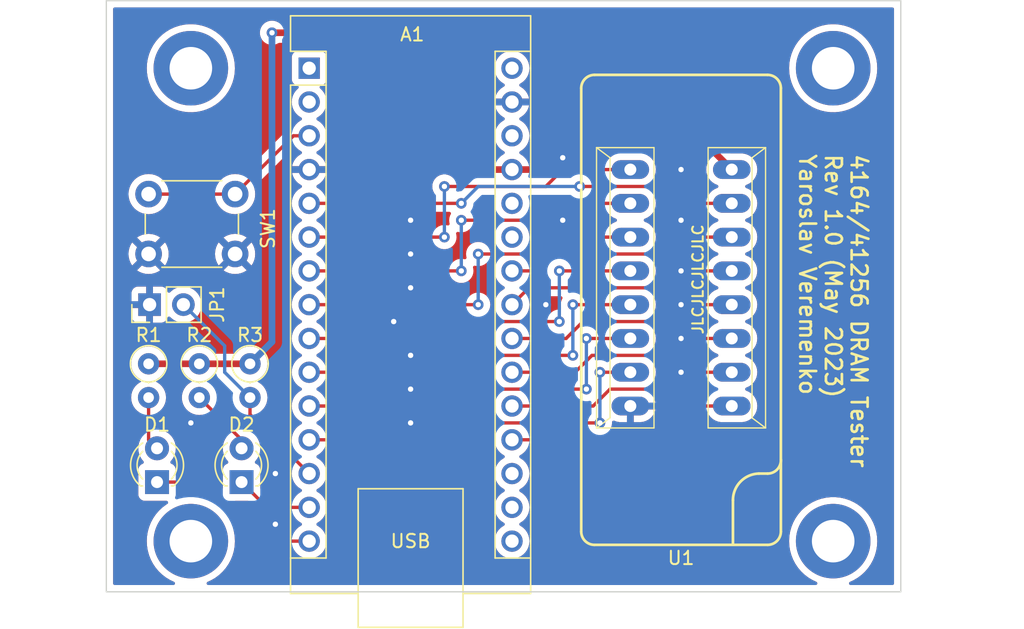
<source format=kicad_pcb>
(kicad_pcb (version 20211014) (generator pcbnew)
  (layers (0 "F.Cu" signal) (31 "B.Cu" signal) (34 "B.Paste" user) (35 "F.Paste" user) (36 "B.SilkS" user "B.Silkscreen") (37 "F.SilkS" user "F.Silkscreen") (38 "B.Mask" user) (39 "F.Mask" user) (44 "Edge.Cuts" user))
  (net 0 "")
  (net 3 "GND")
  (net 4 "/D2")
  (net 5 "/D3")
  (net 6 "/D4")
  (net 7 "/D5")
  (net 8 "/D6")
  (net 9 "/D7")
  (net 10 "/D8")
  (net 11 "/D9")
  (net 12 "Net-(A1-Pad13)")
  (net 13 "Net-(A1-Pad14)")
  (net 14 "Net-(A1-Pad15)")
  (net 18 "/A0")
  (net 19 "/A1")
  (net 20 "/A2")
  (net 21 "/A3")
  (net 22 "/A4")
  (net 23 "/A5")
  (net 26 "VCC")
  (net 28 "Net-(D1-Pad2)")
  (net 29 "Net-(D2-Pad2)")
  (net 30 "Net-(A1-Pad3)")
  (footprint "LED_THT:LED_D3.0mm" (layer "F.Cu") (at 133.35 104.78 90)
    (fp_text reference "D1" (at 4.318 0 180) (layer "F.SilkS"))
    (fp_text value "LED")
    (fp_line (start -0.29 -1.236) (end -0.29 -1.08) (layer "F.SilkS") (width 0.12))
    (fp_line (start -0.29 1.08) (end -0.29 1.236) (layer "F.SilkS") (width 0.12))
    (fp_arc (start 2.31113 1.079837) (mid 1.270117 1.5) (end 0.229039 1.08) (layer "F.SilkS") (width 0.12))
    (fp_arc (start -0.29 -1.235516) (mid 1.366487 -1.987659) (end 2.942335 -1.078608) (layer "F.SilkS") (width 0.12))
    (fp_arc (start 2.942335 1.078608) (mid 1.366487 1.987659) (end -0.29 1.235516) (layer "F.SilkS") (width 0.12))
    (fp_arc (start 0.229039 -1.08) (mid 1.270117 -1.5) (end 2.31113 -1.079837) (layer "F.SilkS") (width 0.12))
    (pad "1" thru_hole rect (at 0 0 90) (size 1.8 1.8) (drill 0.9) (layers *.Cu *.Mask) (net 14 "Net-(A1-Pad15)"))
    (pad "2" thru_hole circle (at 2.54 0 90) (size 1.8 1.8) (drill 0.9) (layers *.Cu *.Mask) (net 28 "Net-(D1-Pad2)"))
  )
  (footprint "Resistor_THT:R_Axial_DIN0207_L6.3mm_D2.5mm_P2.54mm_Vertical" (layer "F.Cu") (at 140.335 95.885 -90)
    (fp_text reference "R3" (at -2.159 0) (layer "F.SilkS"))
    (fp_text value "1k")
    (fp_line (start 1.37 0) (end 1.44 0) (layer "F.SilkS") (width 0.12))
    (fp_circle (center 0 0) (end 1.37 0) (layer "F.SilkS") (width 0.12) (fill none))
    (pad "1" thru_hole circle (at 0 0 270) (size 1.6 1.6) (drill 0.8) (layers *.Cu *.Mask) (net 26 "VCC"))
    (pad "2" thru_hole oval (at 2.54 0 270) (size 1.6 1.6) (drill 0.8) (layers *.Cu *.Mask) (net 12 "Net-(A1-Pad13)"))
  )
  (footprint "Button_Switch_THT:SW_PUSH_6mm" (layer "F.Cu") (at 132.715 83.125)
    (fp_text reference "SW1" (at 8.965 2.595 90) (layer "F.SilkS"))
    (fp_text value "SW_Push")
    (fp_line (start 6.75 3) (end 6.75 1.5) (layer "F.SilkS") (width 0.12))
    (fp_line (start 5.5 -1) (end 1 -1) (layer "F.SilkS") (width 0.12))
    (fp_line (start 1 5.5) (end 5.5 5.5) (layer "F.SilkS") (width 0.12))
    (fp_line (start -0.25 1.5) (end -0.25 3) (layer "F.SilkS") (width 0.12))
    (pad "1" thru_hole circle (at 6.5 0 90) (size 2 2) (drill 1.1) (layers *.Cu *.Mask) (net 30 "Net-(A1-Pad3)"))
    (pad "1" thru_hole circle (at 0 0 90) (size 2 2) (drill 1.1) (layers *.Cu *.Mask) (net 30 "Net-(A1-Pad3)"))
    (pad "2" thru_hole circle (at 0 4.5 90) (size 2 2) (drill 1.1) (layers *.Cu *.Mask) (net 3 "GND"))
    (pad "2" thru_hole circle (at 6.5 4.5 90) (size 2 2) (drill 1.1) (layers *.Cu *.Mask) (net 3 "GND"))
  )
  (footprint "MountingHole:MountingHole_3.2mm_M3_DIN965_Pad" (layer "F.Cu") (at 135.89 109.22)
    (fp_text reference "REF**")
    (fp_text value "MountingHole_3.2mm_M3_DIN965_Pad")
    (pad "1" thru_hole circle (at 0 0) (size 5.6 5.6) (drill 3.2) (layers *.Cu *.Mask))
  )
  (footprint "MountingHole:MountingHole_3.2mm_M3_DIN965_Pad" (layer "F.Cu") (at 184.15 73.66)
    (fp_text reference "REF**")
    (fp_text value "MountingHole_3.2mm_M3_DIN965_Pad")
    (pad "1" thru_hole circle (at 0 0) (size 5.6 5.6) (drill 3.2) (layers *.Cu *.Mask))
  )
  (footprint "Resistor_THT:R_Axial_DIN0207_L6.3mm_D2.5mm_P2.54mm_Vertical" (layer "F.Cu") (at 136.525 95.885 -90)
    (fp_text reference "R2" (at -2.159 0) (layer "F.SilkS"))
    (fp_text value "1k")
    (fp_line (start 1.37 0) (end 1.44 0) (layer "F.SilkS") (width 0.12))
    (fp_circle (center 0 0) (end 1.37 0) (layer "F.SilkS") (width 0.12) (fill none))
    (pad "1" thru_hole circle (at 0 0 270) (size 1.6 1.6) (drill 0.8) (layers *.Cu *.Mask) (net 26 "VCC"))
    (pad "2" thru_hole oval (at 2.54 0 270) (size 1.6 1.6) (drill 0.8) (layers *.Cu *.Mask) (net 29 "Net-(D2-Pad2)"))
  )
  (footprint "Module:Arduino_Nano" (layer "F.Cu") (at 144.78 73.66)
    (fp_text reference "A1" (at 7.747 -2.54) (layer "F.SilkS"))
    (fp_text value "Arduino_Nano_v3.x")
    (fp_text user "USB" (at 7.62 35.56 unlocked) (layer "F.SilkS"))
    (fp_line (start 13.97 -1.27) (end 16.64 -1.27) (layer "F.SilkS") (width 0.12))
    (fp_line (start 13.97 36.83) (end 16.64 36.83) (layer "F.SilkS") (width 0.12))
    (fp_line (start 1.27 1.27) (end -1.4 1.27) (layer "F.SilkS") (width 0.12))
    (fp_line (start 16.64 39.5) (end 16.64 -3.94) (layer "F.SilkS") (width 0.12))
    (fp_line (start -1.4 39.5) (end 3.68 39.5) (layer "F.SilkS") (width 0.12))
    (fp_line (start 16.64 39.5) (end 11.56 39.5) (layer "F.SilkS") (width 0.12))
    (fp_line (start 3.68 42.04) (end 3.68 31.62) (layer "F.SilkS") (width 0.12))
    (fp_line (start 1.27 36.83) (end -1.4 36.83) (layer "F.SilkS") (width 0.12))
    (fp_line (start 3.68 31.62) (end 11.56 31.62) (layer "F.SilkS") (width 0.12))
    (fp_line (start -1.4 1.27) (end -1.4 39.5) (layer "F.SilkS") (width 0.12))
    (fp_line (start 13.97 -1.27) (end 13.97 36.83) (layer "F.SilkS") (width 0.12))
    (fp_line (start -1.4 -3.94) (end -1.4 -1.27) (layer "F.SilkS") (width 0.12))
    (fp_line (start 11.56 42.04) (end 3.68 42.04) (layer "F.SilkS") (width 0.12))
    (fp_line (start 11.56 31.62) (end 11.56 42.04) (layer "F.SilkS") (width 0.12))
    (fp_line (start 1.27 1.27) (end 1.27 36.83) (layer "F.SilkS") (width 0.12))
    (fp_line (start 16.64 -3.94) (end -1.4 -3.94) (layer "F.SilkS") (width 0.12))
    (fp_line (start 1.27 -1.27) (end -1.4 -1.27) (layer "F.SilkS") (width 0.12))
    (fp_line (start 1.27 1.27) (end 1.27 -1.27) (layer "F.SilkS") (width 0.12))
    (pad "1" thru_hole rect (at 0 0) (size 1.6 1.6) (drill 1) (layers *.Cu *.Mask))
    (pad "2" thru_hole oval (at 0 2.54) (size 1.6 1.6) (drill 1) (layers *.Cu *.Mask))
    (pad "3" thru_hole oval (at 0 5.08) (size 1.6 1.6) (drill 1) (layers *.Cu *.Mask) (net 30 "Net-(A1-Pad3)"))
    (pad "4" thru_hole oval (at 0 7.62) (size 1.6 1.6) (drill 1) (layers *.Cu *.Mask) (net 3 "GND"))
    (pad "5" thru_hole oval (at 0 10.16) (size 1.6 1.6) (drill 1) (layers *.Cu *.Mask) (net 4 "/D2"))
    (pad "6" thru_hole oval (at 0 12.7) (size 1.6 1.6) (drill 1) (layers *.Cu *.Mask) (net 5 "/D3"))
    (pad "7" thru_hole oval (at 0 15.24) (size 1.6 1.6) (drill 1) (layers *.Cu *.Mask) (net 6 "/D4"))
    (pad "8" thru_hole oval (at 0 17.78) (size 1.6 1.6) (drill 1) (layers *.Cu *.Mask) (net 7 "/D5"))
    (pad "9" thru_hole oval (at 0 20.32) (size 1.6 1.6) (drill 1) (layers *.Cu *.Mask) (net 8 "/D6"))
    (pad "10" thru_hole oval (at 0 22.86) (size 1.6 1.6) (drill 1) (layers *.Cu *.Mask) (net 9 "/D7"))
    (pad "11" thru_hole oval (at 0 25.4) (size 1.6 1.6) (drill 1) (layers *.Cu *.Mask) (net 10 "/D8"))
    (pad "12" thru_hole oval (at 0 27.94) (size 1.6 1.6) (drill 1) (layers *.Cu *.Mask) (net 11 "/D9"))
    (pad "13" thru_hole oval (at 0 30.48) (size 1.6 1.6) (drill 1) (layers *.Cu *.Mask) (net 12 "Net-(A1-Pad13)"))
    (pad "14" thru_hole oval (at 0 33.02) (size 1.6 1.6) (drill 1) (layers *.Cu *.Mask) (net 13 "Net-(A1-Pad14)"))
    (pad "15" thru_hole oval (at 0 35.56) (size 1.6 1.6) (drill 1) (layers *.Cu *.Mask) (net 14 "Net-(A1-Pad15)"))
    (pad "16" thru_hole oval (at 15.24 35.56) (size 1.6 1.6) (drill 1) (layers *.Cu *.Mask))
    (pad "17" thru_hole oval (at 15.24 33.02) (size 1.6 1.6) (drill 1) (layers *.Cu *.Mask))
    (pad "18" thru_hole oval (at 15.24 30.48) (size 1.6 1.6) (drill 1) (layers *.Cu *.Mask))
    (pad "19" thru_hole oval (at 15.24 27.94) (size 1.6 1.6) (drill 1) (layers *.Cu *.Mask) (net 18 "/A0"))
    (pad "20" thru_hole oval (at 15.24 25.4) (size 1.6 1.6) (drill 1) (layers *.Cu *.Mask) (net 19 "/A1"))
    (pad "21" thru_hole oval (at 15.24 22.86) (size 1.6 1.6) (drill 1) (layers *.Cu *.Mask) (net 20 "/A2"))
    (pad "22" thru_hole oval (at 15.24 20.32) (size 1.6 1.6) (drill 1) (layers *.Cu *.Mask) (net 21 "/A3"))
    (pad "23" thru_hole oval (at 15.24 17.78) (size 1.6 1.6) (drill 1) (layers *.Cu *.Mask) (net 22 "/A4"))
    (pad "24" thru_hole oval (at 15.24 15.24) (size 1.6 1.6) (drill 1) (layers *.Cu *.Mask) (net 23 "/A5"))
    (pad "25" thru_hole oval (at 15.24 12.7) (size 1.6 1.6) (drill 1) (layers *.Cu *.Mask))
    (pad "26" thru_hole oval (at 15.24 10.16) (size 1.6 1.6) (drill 1) (layers *.Cu *.Mask))
    (pad "27" thru_hole oval (at 15.24 7.62) (size 1.6 1.6) (drill 1) (layers *.Cu *.Mask) (net 26 "VCC"))
    (pad "28" thru_hole oval (at 15.24 5.08) (size 1.6 1.6) (drill 1) (layers *.Cu *.Mask))
    (pad "29" thru_hole oval (at 15.24 2.54) (size 1.6 1.6) (drill 1) (layers *.Cu *.Mask) (net 3 "GND"))
    (pad "30" thru_hole oval (at 15.24 0) (size 1.6 1.6) (drill 1) (layers *.Cu *.Mask))
  )
  (footprint "LED_THT:LED_D3.0mm" (layer "F.Cu") (at 139.7 104.78 90)
    (fp_text reference "D2" (at 4.318 0 180) (layer "F.SilkS"))
    (fp_text value "LED")
    (fp_line (start -0.29 -1.236) (end -0.29 -1.08) (layer "F.SilkS") (width 0.12))
    (fp_line (start -0.29 1.08) (end -0.29 1.236) (layer "F.SilkS") (width 0.12))
    (fp_arc (start 2.31113 1.079837) (mid 1.270117 1.5) (end 0.229039 1.08) (layer "F.SilkS") (width 0.12))
    (fp_arc (start -0.29 -1.235516) (mid 1.366487 -1.987659) (end 2.942335 -1.078608) (layer "F.SilkS") (width 0.12))
    (fp_arc (start 0.229039 -1.08) (mid 1.270117 -1.5) (end 2.31113 -1.079837) (layer "F.SilkS") (width 0.12))
    (fp_arc (start 2.942335 1.078608) (mid 1.366487 1.987659) (end -0.29 1.235516) (layer "F.SilkS") (width 0.12))
    (pad "1" thru_hole rect (at 0 0 90) (size 1.8 1.8) (drill 0.9) (layers *.Cu *.Mask) (net 13 "Net-(A1-Pad14)"))
    (pad "2" thru_hole circle (at 2.54 0 90) (size 1.8 1.8) (drill 0.9) (layers *.Cu *.Mask) (net 29 "Net-(D2-Pad2)"))
  )
  (footprint "MountingHole:MountingHole_3.2mm_M3_DIN965_Pad" (layer "F.Cu") (at 184.15 109.22)
    (fp_text reference "REF**")
    (fp_text value "MountingHole_3.2mm_M3_DIN965_Pad")
    (pad "1" thru_hole circle (at 0 0) (size 5.6 5.6) (drill 3.2) (layers *.Cu *.Mask))
  )
  (footprint "Connector_PinHeader_2.54mm:PinHeader_1x02_P2.54mm_Vertical" (layer "F.Cu") (at 132.79 91.435 90)
    (fp_text reference "JP1" (at 0 5.08 270) (layer "F.SilkS"))
    (fp_text value "4164/41256")
    (fp_line (start -1.33 -1.33) (end 0 -1.33) (layer "F.SilkS") (width 0.12))
    (fp_line (start -1.33 0) (end -1.33 -1.33) (layer "F.SilkS") (width 0.12))
    (fp_line (start 1.33 1.27) (end 1.33 3.87) (layer "F.SilkS") (width 0.12))
    (fp_line (start -1.33 3.87) (end 1.33 3.87) (layer "F.SilkS") (width 0.12))
    (fp_line (start -1.33 1.27) (end 1.33 1.27) (layer "F.SilkS") (width 0.12))
    (fp_line (start -1.33 1.27) (end -1.33 3.87) (layer "F.SilkS") (width 0.12))
    (pad "1" thru_hole rect (at 0 0 90) (size 1.7 1.7) (drill 1) (layers *.Cu *.Mask) (net 3 "GND"))
    (pad "2" thru_hole oval (at 0 2.54 90) (size 1.7 1.7) (drill 1) (layers *.Cu *.Mask) (net 12 "Net-(A1-Pad13)"))
  )
  (footprint "zif16:216-3340-00-0602J" (layer "F.Cu") (at 172.72 90.17 90)
    (fp_text reference "U1" (at -20.32 0) (layer "F.SilkS"))
    (fp_text value "41256" hide)
    (fp_line (start 10.541 -2.032) (end -10.541 -2.032) (layer "F.SilkS") (width 0.1016))
    (fp_line (start -10.541 2.032) (end 10.541 2.032) (layer "F.SilkS") (width 0.1016))
    (fp_line (start -9.779 5.334) (end 9.779 5.334) (layer "F.SilkS") (width 0.1016))
    (fp_line (start 10.541 -6.35) (end 10.541 -2.032) (layer "F.SilkS") (width 0.1016))
    (fp_line (start -19.22 3.9) (end -15.97 3.9) (layer "F.SilkS") (width 0.2032))
    (fp_line (start -13.97 5.85) (end -13.97 6.5) (layer "F.SilkS") (width 0.2032))
    (fp_line (start -18.33 -7.5) (end 15.01 -7.5) (layer "F.SilkS") (width 0.2032))
    (fp_line (start -9.779 -5.334) (end -10.541 -6.35) (layer "F.SilkS") (width 0.1016))
    (fp_line (start -19.33 6.5) (end -19.33 -6.5) (layer "F.SilkS") (width 0.2032))
    (fp_line (start -10.541 -6.35) (end 10.541 -6.35) (layer "F.SilkS") (width 0.1016))
    (fp_line (start 10.541 6.35) (end -10.541 6.35) (layer "F.SilkS") (width 0.1016))
    (fp_line (start 9.779 5.334) (end 10.541 6.35) (layer "F.SilkS") (width 0.1016))
    (fp_line (start -10.541 6.35) (end -10.541 2.032) (layer "F.SilkS") (width 0.1016))
    (fp_line (start -10.541 6.35) (end -9.779 5.334) (layer "F.SilkS") (width 0.1016))
    (fp_line (start -10.541 -2.032) (end -10.541 -6.35) (layer "F.SilkS") (width 0.1016))
    (fp_line (start 16.01 -6.5) (end 16.01 6.5) (layer "F.SilkS") (width 0.2032))
    (fp_line (start 9.779 -5.334) (end -9.779 -5.334) (layer "F.SilkS") (width 0.1016))
    (fp_line (start 10.541 -6.35) (end 9.779 -5.334) (layer "F.SilkS") (width 0.1016))
    (fp_line (start 15.01 7.5) (end -18.33 7.5) (layer "F.SilkS") (width 0.2032))
    (fp_line (start 10.541 2.032) (end 10.541 6.35) (layer "F.SilkS") (width 0.1016))
    (fp_arc (start -19.33 -6.5) (mid -19.037107 -7.207107) (end -18.33 -7.5) (layer "F.SilkS") (width 0.2032))
    (fp_arc (start 15.01 -7.5) (mid 15.717107 -7.207107) (end 16.01 -6.5) (layer "F.SilkS") (width 0.2032))
    (fp_arc (start -18.33 7.5) (mid -19.037107 7.207107) (end -19.33 6.5) (layer "F.SilkS") (width 0.2032))
    (fp_arc (start -12.92 7.5) (mid -13.659286 7.225) (end -13.97 6.5) (layer "F.SilkS") (width 0.2032))
    (fp_arc (start 16.01 6.5) (mid 15.717107 7.207107) (end 15.01 7.5) (layer "F.SilkS") (width 0.2032))
    (fp_arc (start -15.97 3.9) (mid -14.573341 4.46817) (end -13.97 5.85) (layer "F.SilkS") (width 0.2032))
    (pad "1" thru_hole oval (at -8.89 3.81 90) (size 1.408 2.816) (drill 0.9) (layers *.Cu *.Mask) (net 18 "/A0"))
    (pad "2" thru_hole oval (at -6.35 3.81 90) (size 1.408 2.816) (drill 0.9) (layers *.Cu *.Mask) (net 19 "/A1"))
    (pad "3" thru_hole oval (at -3.81 3.81 90) (size 1.408 2.816) (drill 0.9) (layers *.Cu *.Mask) (net 20 "/A2"))
    (pad "4" thru_hole oval (at -1.27 3.81 90) (size 1.408 2.816) (drill 0.9) (layers *.Cu *.Mask) (net 21 "/A3"))
    (pad "5" thru_hole oval (at 1.27 3.81 90) (size 1.408 2.816) (drill 0.9) (layers *.Cu *.Mask) (net 22 "/A4"))
    (pad "6" thru_hole oval (at 3.81 3.81 90) (size 1.408 2.816) (drill 0.9) (layers *.Cu *.Mask) (net 23 "/A5"))
    (pad "7" thru_hole oval (at 6.35 3.81 90) (size 1.408 2.816) (drill 0.9) (layers *.Cu *.Mask) (net 4 "/D2"))
    (pad "8" thru_hole oval (at 8.89 3.81 90) (size 1.408 2.816) (drill 0.9) (layers *.Cu *.Mask) (net 26 "VCC"))
    (pad "9" thru_hole oval (at 8.89 -3.81 90) (size 1.408 2.816) (drill 0.9) (layers *.Cu *.Mask) (net 5 "/D3"))
    (pad "10" thru_hole oval (at 6.35 -3.81 90) (size 1.408 2.816) (drill 0.9) (layers *.Cu *.Mask) (net 6 "/D4"))
    (pad "11" thru_hole oval (at 3.81 -3.81 90) (size 1.408 2.816) (drill 0.9) (layers *.Cu *.Mask) (net 7 "/D5"))
    (pad "12" thru_hole oval (at 1.27 -3.81 90) (size 1.408 2.816) (drill 0.9) (layers *.Cu *.Mask) (net 8 "/D6"))
    (pad "13" thru_hole oval (at -1.27 -3.81 90) (size 1.408 2.816) (drill 0.9) (layers *.Cu *.Mask) (net 9 "/D7"))
    (pad "14" thru_hole oval (at -3.81 -3.81 90) (size 1.408 2.816) (drill 0.9) (layers *.Cu *.Mask) (net 10 "/D8"))
    (pad "15" thru_hole oval (at -6.35 -3.81 90) (size 1.408 2.816) (drill 0.9) (layers *.Cu *.Mask) (net 11 "/D9"))
    (pad "16" thru_hole oval (at -8.89 -3.81 90) (size 1.408 2.816) (drill 0.9) (layers *.Cu *.Mask) (net 3 "GND"))
  )
  (footprint "Resistor_THT:R_Axial_DIN0207_L6.3mm_D2.5mm_P2.54mm_Vertical" (layer "F.Cu") (at 132.715 95.885 -90)
    (fp_text reference "R1" (at -2.159 0) (layer "F.SilkS"))
    (fp_text value "1k")
    (fp_line (start 1.37 0) (end 1.44 0) (layer "F.SilkS") (width 0.12))
    (fp_circle (center 0 0) (end 1.37 0) (layer "F.SilkS") (width 0.12) (fill none))
    (pad "1" thru_hole circle (at 0 0 270) (size 1.6 1.6) (drill 0.8) (layers *.Cu *.Mask) (net 26 "VCC"))
    (pad "2" thru_hole oval (at 2.54 0 270) (size 1.6 1.6) (drill 0.8) (layers *.Cu *.Mask) (net 28 "Net-(D1-Pad2)"))
  )
  (footprint "MountingHole:MountingHole_3.2mm_M3_DIN965_Pad" (layer "F.Cu") (at 135.89 73.66)
    (fp_text reference "REF**")
    (fp_text value "MountingHole_3.2mm_M3_DIN965_Pad")
    (pad "1" thru_hole circle (at 0 0) (size 5.6 5.6) (drill 3.2) (layers *.Cu *.Mask))
  )
  (gr_rect (start 129.54 68.58) (end 189.23 113.03) (layer "Edge.Cuts") (width 0.1) (fill none))
  (gr_text "JLCJLCJLCJLC" (at 173.99 89.535 90) (layer "F.SilkS") (effects (font (size 0.8 0.8))))
  (gr_text "4164/41256 DRAM Tester\nRev 1.0 (May 2023)\nYaroslav Veremenko" (at 184.15 80.01 270) (layer "F.SilkS") (effects (font (size 1.2 1.2) (thickness 0.2)) (justify left)))
  (via (at 152.4 100.33) (size 0.8) (drill 0.4) (layers "F.Cu" "B.Cu") (net 3))
  (via (at 151.13 92.71) (size 0.8) (drill 0.4) (layers "F.Cu" "B.Cu") (net 3))
  (via (at 152.4 90.17) (size 0.8) (drill 0.4) (layers "F.Cu" "B.Cu") (net 3))
  (via (at 152.4 97.79) (size 0.8) (drill 0.4) (layers "F.Cu" "B.Cu") (net 3))
  (via (at 162.56 91.44) (size 0.8) (drill 0.4) (layers "F.Cu" "B.Cu") (net 3))
  (via (at 142.24 104.14) (size 0.8) (drill 0.4) (layers "F.Cu" "B.Cu") (net 3))
  (via (at 152.4 95.25) (size 0.8) (drill 0.4) (layers "F.Cu" "B.Cu") (net 3))
  (via (at 152.4 85.09) (size 0.8) (drill 0.4) (layers "F.Cu" "B.Cu") (net 3))
  (via (at 172.72 93.98) (size 0.8) (drill 0.4) (layers "F.Cu" "B.Cu") (net 3))
  (via (at 172.72 96.52) (size 0.8) (drill 0.4) (layers "F.Cu" "B.Cu") (net 3))
  (via (at 163.83 80.391) (size 0.8) (drill 0.4) (layers "F.Cu" "B.Cu") (net 3))
  (via (at 172.72 91.44) (size 0.8) (drill 0.4) (layers "F.Cu" "B.Cu") (net 3))
  (via (at 152.4 87.63) (size 0.8) (drill 0.4) (layers "F.Cu" "B.Cu") (net 3))
  (via (at 135.89 100.33) (size 0.8) (drill 0.4) (layers "F.Cu" "B.Cu") (net 3))
  (via (at 172.72 81.28) (size 0.8) (drill 0.4) (layers "F.Cu" "B.Cu") (net 3))
  (via (at 172.72 88.9) (size 0.8) (drill 0.4) (layers "F.Cu" "B.Cu") (net 3))
  (via (at 172.72 85.09) (size 0.8) (drill 0.4) (layers "F.Cu" "B.Cu") (net 3))
  (via (at 163.83 85.09) (size 0.8) (drill 0.4) (layers "F.Cu" "B.Cu") (net 3))
  (via (at 142.24 107.95) (size 0.8) (drill 0.4) (layers "F.Cu" "B.Cu") (net 3))
  (segment (start 172.72 82.55) (end 165.1 82.55) (width 0.25) (layer "F.Cu") (net 4))
  (segment (start 144.78 83.82) (end 156.21 83.82) (width 0.25) (layer "F.Cu") (net 4))
  (segment (start 176.53 83.82) (end 173.99 83.82) (width 0.25) (layer "F.Cu") (net 4))
  (segment (start 173.99 83.82) (end 172.72 82.55) (width 0.25) (layer "F.Cu") (net 4))
  (via (at 156.21 83.82) (size 0.8) (drill 0.4) (layers "F.Cu" "B.Cu") (net 4))
  (via (at 165.1 82.55) (size 0.8) (drill 0.4) (layers "F.Cu" "B.Cu") (net 4))
  (segment (start 165.1 82.55) (end 157.48 82.55) (width 0.25) (layer "B.Cu") (net 4))
  (segment (start 157.48 82.55) (end 156.21 83.82) (width 0.25) (layer "B.Cu") (net 4))
  (segment (start 162.56 82.55) (end 154.94 82.55) (width 0.25) (layer "F.Cu") (net 5))
  (segment (start 144.78 86.36) (end 154.94 86.36) (width 0.25) (layer "F.Cu") (net 5))
  (segment (start 168.91 81.28) (end 163.83 81.28) (width 0.25) (layer "F.Cu") (net 5))
  (segment (start 163.83 81.28) (end 162.56 82.55) (width 0.25) (layer "F.Cu") (net 5))
  (via (at 154.94 86.36) (size 0.8) (drill 0.4) (layers "F.Cu" "B.Cu") (net 5))
  (via (at 154.94 82.55) (size 0.8) (drill 0.4) (layers "F.Cu" "B.Cu") (net 5))
  (segment (start 154.94 82.55) (end 154.94 86.36) (width 0.25) (layer "B.Cu") (net 5))
  (segment (start 161.29 85.09) (end 156.21 85.09) (width 0.25) (layer "F.Cu") (net 6))
  (segment (start 162.56 83.82) (end 161.29 85.09) (width 0.25) (layer "F.Cu") (net 6))
  (segment (start 168.91 83.82) (end 162.56 83.82) (width 0.25) (layer "F.Cu") (net 6))
  (segment (start 144.78 88.9) (end 156.21 88.9) (width 0.25) (layer "F.Cu") (net 6))
  (via (at 156.21 88.9) (size 0.8) (drill 0.4) (layers "F.Cu" "B.Cu") (net 6))
  (via (at 156.21 85.09) (size 0.8) (drill 0.4) (layers "F.Cu" "B.Cu") (net 6))
  (segment (start 156.21 85.09) (end 156.21 88.9) (width 0.25) (layer "B.Cu") (net 6))
  (segment (start 162.56 86.36) (end 161.29 87.63) (width 0.25) (layer "F.Cu") (net 7))
  (segment (start 168.91 86.36) (end 162.56 86.36) (width 0.25) (layer "F.Cu") (net 7))
  (segment (start 144.78 91.44) (end 157.48 91.44) (width 0.25) (layer "F.Cu") (net 7))
  (segment (start 161.29 87.63) (end 157.48 87.63) (width 0.25) (layer "F.Cu") (net 7))
  (via (at 157.48 87.63) (size 0.8) (drill 0.4) (layers "F.Cu" "B.Cu") (net 7))
  (via (at 157.48 91.44) (size 0.8) (drill 0.4) (layers "F.Cu" "B.Cu") (net 7))
  (segment (start 157.48 87.63) (end 157.48 91.44) (width 0.25) (layer "B.Cu") (net 7))
  (segment (start 163.576 92.71) (end 152.908 92.71) (width 0.25) (layer "F.Cu") (net 8))
  (segment (start 168.91 88.9) (end 163.576 88.9) (width 0.25) (layer "F.Cu") (net 8))
  (segment (start 152.908 92.71) (end 151.638 93.98) (width 0.25) (layer "F.Cu") (net 8))
  (segment (start 151.638 93.98) (end 144.78 93.98) (width 0.25) (layer "F.Cu") (net 8))
  (via (at 163.576 88.9) (size 0.8) (drill 0.4) (layers "F.Cu" "B.Cu") (net 8))
  (via (at 163.576 92.71) (size 0.8) (drill 0.4) (layers "F.Cu" "B.Cu") (net 8))
  (segment (start 163.576 88.9) (end 163.576 92.71) (width 0.25) (layer "B.Cu") (net 8))
  (segment (start 153.162 96.52) (end 144.78 96.52) (width 0.25) (layer "F.Cu") (net 9))
  (segment (start 154.432 95.25) (end 153.162 96.52) (width 0.25) (layer "F.Cu") (net 9))
  (segment (start 164.592 95.25) (end 154.432 95.25) (width 0.25) (layer "F.Cu") (net 9))
  (segment (start 168.91 91.44) (end 164.592 91.44) (width 0.25) (layer "F.Cu") (net 9))
  (via (at 164.592 91.44) (size 0.8) (drill 0.4) (layers "F.Cu" "B.Cu") (net 9))
  (via (at 164.592 95.25) (size 0.8) (drill 0.4) (layers "F.Cu" "B.Cu") (net 9))
  (segment (start 164.592 91.44) (end 164.592 95.25) (width 0.25) (layer "B.Cu") (net 9))
  (segment (start 165.608 97.79) (end 156.21 97.79) (width 0.25) (layer "F.Cu") (net 10))
  (segment (start 154.94 99.06) (end 144.78 99.06) (width 0.25) (layer "F.Cu") (net 10))
  (segment (start 168.91 93.98) (end 165.608 93.98) (width 0.25) (layer "F.Cu") (net 10))
  (segment (start 156.21 97.79) (end 154.94 99.06) (width 0.25) (layer "F.Cu") (net 10))
  (via (at 165.608 93.98) (size 0.8) (drill 0.4) (layers "F.Cu" "B.Cu") (net 10))
  (via (at 165.608 97.79) (size 0.8) (drill 0.4) (layers "F.Cu" "B.Cu") (net 10))
  (segment (start 165.608 93.98) (end 165.608 97.79) (width 0.25) (layer "B.Cu") (net 10))
  (segment (start 166.624 100.33) (end 157.48 100.33) (width 0.25) (layer "F.Cu") (net 11))
  (segment (start 157.48 100.33) (end 156.21 101.6) (width 0.25) (layer "F.Cu") (net 11))
  (segment (start 168.91 96.52) (end 166.624 96.52) (width 0.25) (layer "F.Cu") (net 11))
  (segment (start 156.21 101.6) (end 144.78 101.6) (width 0.25) (layer "F.Cu") (net 11))
  (via (at 166.624 100.33) (size 0.8) (drill 0.4) (layers "F.Cu" "B.Cu") (net 11))
  (via (at 166.624 96.52) (size 0.8) (drill 0.4) (layers "F.Cu" "B.Cu") (net 11))
  (segment (start 166.624 96.52) (end 166.624 100.33) (width 0.25) (layer "B.Cu") (net 11))
  (segment (start 140.335 98.425) (end 140.335 99.695) (width 0.25) (layer "F.Cu") (net 12))
  (segment (start 140.335 99.695) (end 144.78 104.14) (width 0.25) (layer "F.Cu") (net 12))
  (segment (start 138.43 94.535) (end 138.43 96.52) (width 0.25) (layer "B.Cu") (net 12))
  (segment (start 138.43 96.52) (end 140.335 98.425) (width 0.25) (layer "B.Cu") (net 12))
  (segment (start 135.33 91.435) (end 138.43 94.535) (width 0.25) (layer "B.Cu") (net 12))
  (segment (start 141.6 106.68) (end 144.78 106.68) (width 0.25) (layer "F.Cu") (net 13))
  (segment (start 139.7 104.78) (end 141.6 106.68) (width 0.25) (layer "F.Cu") (net 13))
  (segment (start 136.657 104.78) (end 141.097 109.22) (width 0.25) (layer "F.Cu") (net 14))
  (segment (start 141.097 109.22) (end 144.78 109.22) (width 0.25) (layer "F.Cu") (net 14))
  (segment (start 133.35 104.78) (end 136.657 104.78) (width 0.25) (layer "F.Cu") (net 14))
  (segment (start 170.942 101.6) (end 160.02 101.6) (width 0.25) (layer "F.Cu") (net 18))
  (segment (start 176.53 99.06) (end 173.482 99.06) (width 0.25) (layer "F.Cu") (net 18))
  (segment (start 173.482 99.06) (end 170.942 101.6) (width 0.25) (layer "F.Cu") (net 18))
  (segment (start 172.72 97.79) (end 167.386 97.79) (width 0.25) (layer "F.Cu") (net 19))
  (segment (start 167.386 97.79) (end 166.116 99.06) (width 0.25) (layer "F.Cu") (net 19))
  (segment (start 176.53 96.52) (end 173.99 96.52) (width 0.25) (layer "F.Cu") (net 19))
  (segment (start 166.116 99.06) (end 160.02 99.06) (width 0.25) (layer "F.Cu") (net 19))
  (segment (start 173.99 96.52) (end 172.72 97.79) (width 0.25) (layer "F.Cu") (net 19))
  (segment (start 176.53 93.98) (end 173.99 93.98) (width 0.25) (layer "F.Cu") (net 20))
  (segment (start 166.029008 95.25) (end 164.759008 96.52) (width 0.25) (layer "F.Cu") (net 20))
  (segment (start 172.72 95.25) (end 166.029008 95.25) (width 0.25) (layer "F.Cu") (net 20))
  (segment (start 164.759008 96.52) (end 160.02 96.52) (width 0.25) (layer "F.Cu") (net 20))
  (segment (start 173.99 93.98) (end 172.72 95.25) (width 0.25) (layer "F.Cu") (net 20))
  (segment (start 172.72 92.71) (end 165.354 92.71) (width 0.25) (layer "F.Cu") (net 21))
  (segment (start 165.354 92.71) (end 164.084 93.98) (width 0.25) (layer "F.Cu") (net 21))
  (segment (start 164.084 93.98) (end 160.02 93.98) (width 0.25) (layer "F.Cu") (net 21))
  (segment (start 173.99 91.44) (end 172.72 92.71) (width 0.25) (layer "F.Cu") (net 21))
  (segment (start 176.53 91.44) (end 173.99 91.44) (width 0.25) (layer "F.Cu") (net 21))
  (segment (start 172.72 90.17) (end 161.29 90.17) (width 0.25) (layer "F.Cu") (net 22))
  (segment (start 173.99 88.9) (end 172.72 90.17) (width 0.25) (layer "F.Cu") (net 22))
  (segment (start 176.53 88.9) (end 173.99 88.9) (width 0.25) (layer "F.Cu") (net 22))
  (segment (start 161.29 90.17) (end 160.02 91.44) (width 0.25) (layer "F.Cu") (net 22))
  (segment (start 163.068 87.63) (end 161.798 88.9) (width 0.25) (layer "F.Cu") (net 23))
  (segment (start 173.99 86.36) (end 172.72 87.63) (width 0.25) (layer "F.Cu") (net 23))
  (segment (start 172.72 87.63) (end 163.068 87.63) (width 0.25) (layer "F.Cu") (net 23))
  (segment (start 176.53 86.36) (end 173.99 86.36) (width 0.25) (layer "F.Cu") (net 23))
  (segment (start 161.798 88.9) (end 160.02 88.9) (width 0.25) (layer "F.Cu") (net 23))
  (segment (start 160.02 81.28) (end 161.544 81.28) (width 0.5) (layer "F.Cu") (net 26))
  (segment (start 163.576 79.248) (end 174.498 79.248) (width 0.5) (layer "F.Cu") (net 26))
  (segment (start 157.353 81.28) (end 147.193 71.12) (width 0.5) (layer "F.Cu") (net 26))
  (segment (start 160.02 81.28) (end 157.353 81.28) (width 0.5) (layer "F.Cu") (net 26))
  (segment (start 161.544 81.28) (end 163.576 79.248) (width 0.5) (layer "F.Cu") (net 26))
  (segment (start 147.066 70.993) (end 141.986 70.993) (width 0.5) (layer "F.Cu") (net 26))
  (segment (start 174.498 79.248) (end 176.53 81.28) (width 0.5) (layer "F.Cu") (net 26))
  (segment (start 140.335 95.885) (end 132.715 95.885) (width 0.5) (layer "F.Cu") (net 26))
  (segment (start 147.193 71.12) (end 147.066 70.993) (width 0.5) (layer "F.Cu") (net 26))
  (via (at 141.986 70.993) (size 0.8) (drill 0.4) (layers "F.Cu" "B.Cu") (net 26))
  (segment (start 141.986 94.234) (end 140.335 95.885) (width 0.5) (layer "B.Cu") (net 26))
  (segment (start 141.986 70.993) (end 141.986 94.234) (width 0.5) (layer "B.Cu") (net 26))
  (segment (start 132.715 98.425) (end 132.715 101.605) (width 0.25) (layer "F.Cu") (net 28))
  (segment (start 132.715 101.605) (end 133.35 102.24) (width 0.25) (layer "F.Cu") (net 28))
  (segment (start 136.525 98.425) (end 139.7 101.6) (width 0.25) (layer "F.Cu") (net 29))
  (segment (start 139.7 101.6) (end 139.7 102.24) (width 0.25) (layer "F.Cu") (net 29))
  (segment (start 143.6 78.74) (end 139.215 83.125) (width 0.25) (layer "F.Cu") (net 30))
  (segment (start 139.215 83.125) (end 132.715 83.125) (width 0.25) (layer "F.Cu") (net 30))
  (segment (start 144.78 78.74) (end 143.6 78.74) (width 0.25) (layer "F.Cu") (net 30))
  (zone (net 3) (net_name "GND") (layers F&B.Cu) (connect_pads (clearance 0.508)) (min_thickness 0.254) (fill yes (thermal_gap 0.508) (thermal_bridge_width 0.508))
    (polygon (pts (xy 189.357 113.03) (xy 129.54 113.03) (xy 129.54 68.58) (xy 189.357 68.58)))
  )
)
</source>
